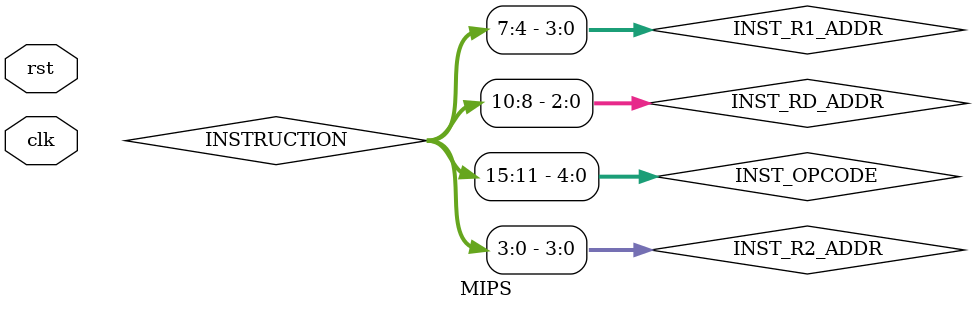
<source format=v>
module MIPS (
	//output	[7:0] 	O_inst_addr,
	//input 	[15:0] 	I_inst,
	input 	rst,
	input 	clk);

	//wire	[7:0] 	O_inst_addr; 	//PC <-> ROM

	wire 	[7:0] 	JUMP_ADDR;		//JPBR_CONTROL <-> PC

	wire	[7:0] 	BRANCH_ADDR;	//JPBR_CONTROL <-> PC

	wire	[1:0] 	PC_SEL;			//JPBR_CONTROL <-> PC

	wire 			STALL;			//STALLING <-> PC 
									//STALLING <-> IFID

	//wire 	[4:0] 	EXMEM_OPCODE;	//EXMEM <-> JPBR_CONTROL

	//wire 	[4:0]	MEM_ADDR;		//RAM <-> JPBR_CONTROL

	//wire 	[7:0]	REG_ADDR;		//REGISTER_FILE <-> JPBR_CONTROL

	wire 	[7:0] 	R1_DATA; 		//REGISTER_FILE <-> IDEX

	wire 	[7:0] 	R2_DATA;		//REGISTER_FILE <-> IDEX
									//REGISTER_FILE <-> JPBR_CONTROL

	wire 	[7:0] 	RD_DATA;		//REGISTER_FILE <-> IDEX

	wire	[2:0] 	REG_W_ADDR;		//MEMWB <-> REGISTER_FILE

	wire	[7:0] 	REG_W_DATA;		//MEMWB <-> REGISTER_FILE

	wire			W_ENABLE;		//MEMWB <-> REGISTER_FILE

	wire	[7:0] 	R_DATA;			//RAM <-> MEMWB

	wire 	[7:0] 	RAM_W_ADDR;		//IDEX <-> RAM

	wire 	[7:0] 	RAM_W_DATA;		//IDEX <-> RAM

	wire 	[7:0] 	DATA_ADDR;		//IDEX <-> RAM

	wire			RW_ENABLE;		//IDEX <-> RAM

	wire	[7:0]	INST_ADDR;

	wire 	[15:0]	INSTRUCTION;

	wire	[4:0]	INST_OPCODE;

	wire	[2:0]	INST_RD_ADDR;

	wire	[3:0]	INST_R1_ADDR;

	wire	[3:0]	INST_R2_ADDR;
	
	wire 	[4:0]	IFID_OPCODE;	//IFID <-> JPBR_CONTROL

	wire	[2:0] 	IFID_RD_ADDR;	//IFID <-> REGISTER_FILE
	
	wire	[3:0] 	IFID_R1_ADDR;	//IFID <-> REGISTER_FILE

	wire	[3:0] 	IFID_R2_ADDR;	//IFID <-> REGISTER_FILE

	wire 	[4:0]	IDEX_OPCODE;

	wire 	[2:0]	IDEX_RD_ADDR;

	wire 	[3:0]	IDEX_R1_ADDR;

	wire 	[3:0]	IDEX_R2_ADDR;

	wire 	[7:0]	IDEX_RD_DATA;

	wire 	[7:0]	IDEX_R1_DATA;

	wire 	[7:0]	IDEX_R2_DATA;

	wire 	[4:0]	EXMEM_OPCODE;

	wire 	[2:0]	EXMEM_RD_ADDR;

	wire 	[3:0]	EXMEM_R1_ADDR;

	wire 	[3:0]	EXMEM_R2_ADDR;

	wire 	[7:0]	EXMEM_RD_DATA;

	//wire 	[7:0]	EXMEM_R1_DATA;

	//wire 	[7:0]	EXMEM_R2_DATA;

	wire 	[7:0]	EXMEM_ALU_OUT;

	wire	[4:0]	MEMWB_OPCODE;

	wire	[2:0]	MEMWB_RD_ADDR;

	wire	[3:0]	MEMWB_R1_ADDR;

	wire	[3:0]	MEMWB_R2_ADDR;

	//wire	[7:0]	MEMWB_RD_DATA;

	//wire	[7:0]	MEMWB_R1_DATA;

	//wire	[7:0]	MEMWB_R2_DATA;

	wire	[7:0]	MEMWB_ALU_OUT;

	wire	[7:0]	MEMWB_R_DATA;

	wire 			FLUSH_IFID;

	wire 			FLUSH_IDEX;

	wire 			FLUSH_EXMEM;

	wire 	[2:0]	ALU_FORWARD_R1;

	wire 	[2:0]	ALU_FORWARD_R2;

	wire 	[3:0]	BRANCH_FORWARD_RD;

	wire 	[3:0]	BRANCH_FORWARD_R2;

	wire 			CARRY_FLAG;

	wire 	[7:0]	ALU_OUT;

	wire 	[2:0]	RAM_FORWARD;

	wire 	[4:0] 	STALL_OPCODE;

	wire 	[2:0] 	STALL_RD_ADDR;

	wire 	[3:0] 	STALL_R1_ADDR;

	wire 	[3:0] 	STALL_R2_ADDR;

//	wire 		JUMP_FORWARD;

	wire 	[1:0]	MEMBR_FORWARD; 

	PC CLK0 (
		.O_inst_addr(INST_ADDR),
		.STALL(STALL),
		.JUMP_ADDR(JUMP_ADDR),
		.BRANCH_ADDR(BRANCH_ADDR),
		.SEL(PC_SEL),
		.rst(rst),
		.clk(clk)
	);

	RAM E0 (
	.R_DATA(R_DATA),
	.W_ADDR(RAM_W_ADDR),
	.W_DATA(RAM_W_DATA),	//idex rd data
	.DATA_ADDR(DATA_ADDR),
	.RW_ENABLE(RW_ENABLE),
	.rst(rst),
	.clk(clk)
	);

	ROM E1 (//Jurgen's ROM huehue
	.I_CLK(clk),
	//.I_EN,
	.I_ADDR(INST_ADDR),
	.O_INSTR(INSTRUCTION)
	);

	REGISTER_FILE CLK1 (
	.R1_DATA(R1_DATA),
	.R2_DATA(R2_DATA),
	.RD_DATA(RD_DATA),
	.RD_ADDR(INST_RD_ADDR[2:0]),	
	.R1_ADDR(INST_R1_ADDR[2:0]),
	.R2_ADDR(INST_R2_ADDR[2:0]),
	.W_ADDR(REG_W_ADDR),
	.W_DATA(REG_W_DATA),
	.W_ENABLE(W_ENABLE),
	.rst(rst),	
	.clk(clk)	
	);

/*	JPBR_CONTROL CONT0 (
	.SEL(PC_SEL),
	.BRANCH_ADDR(BRANCH_ADDR),
	.JUMP_ADDR(JUMP_ADDR),
	.IFID_OPCODE(IFID_OPCODE),
	.EXMEM_OPCODE(EXMEM_OPCODE),
	//.MEM_ADDR(R_DATA),	//RAM R_DATA
	.REG_ADDR(R2_DATA),	//REGISTER_FILE R2_DATA

	.BRANCH_FORWARD_R2(BRANCH_FORWARD_R2), 
	.ALU_OUT(ALU_OUT),
	.EXMEM_ALU_OUT(EXMEM_ALU_OUT),
	.MEMWB_ALU_OUT(MEMWB_ALU_OUT),

	.JUMP_FORWARD(JUMP_FORWARD),
	.R_DATA(R_DATA),
	.MEMWB_R_DATA(MEMWB_R_DATA)
	); 	*/

	JPBR_CONTROL CONT0(
	.SEL(PC_SEL),
	.BRANCH_ADDR(BRANCH_ADDR),
	.JUMP_ADDR(JUMP_ADDR),
	.IFID_OPCODE(IFID_OPCODE),
	.EXMEM_OPCODE(EXMEM_OPCODE),	
	.REG_ADDR(R2_DATA),

	.BRANCH_FORWARD_R2(BRANCH_FORWARD_R2),
	.ALU_OUT(ALU_OUT),
	.EXMEM_ALU_OUT(EXMEM_ALU_OUT),
	.MEMWB_ALU_OUT(MEMWB_ALU_OUT),

	.JUMP_FORWARD(JUMP_FORWARD),
	.R_DATA(R_DATA),
	.MEMWB_R_DATA(MEMWB_R_DATA),

	.MEMBR_FORWARD(MEMBR_FORWARD),
	.BRANCH_FORWARD_RD(BRANCH_FORWARD_RD),
	.MEMWB_R1_ADDR(MEMWB_R1_ADDR),
	.MEMWB_R2_ADDR(MEMWB_R2_ADDR),
	.EXMEM_RD_DATA(EXMEM_RD_DATA),
	.EXMEM_R1_ADDR(EXMEM_R1_ADDR),
	.EXMEM_R2_ADDR(EXMEM_R2_ADDR),
	.IDEX_R1_ADDR(IDEX_R1_ADDR),
	.IDEX_R2_ADDR(IDEX_R2_ADDR),
	.RD_DATA(RD_DATA)

	);

	STALLING CONT1 (	//stalls decode during load instruction
	.STALL(STALL),
	.IFID_R1_ADDR(IFID_R1_ADDR[2:0]),
	.IFID_R2_ADDR(IFID_R2_ADDR[2:0]),
	.IDEX_RD_ADDR(IDEX_RD_ADDR[2:0]),
	.IDEX_OPCODE(IDEX_OPCODE),

	.STALL_OPCODE(STALL_OPCODE),
	.STALL_RD_ADDR(STALL_RD_ADDR),
	.STALL_R1_ADDR(STALL_R1_ADDR),
	.STALL_R2_ADDR(STALL_R2_ADDR),

	.IFID_OPCODE(IFID_OPCODE)
	);

	FORWARDING CONT2 (
	.ALU_FORWARD_R1(ALU_FORWARD_R1),
	.ALU_FORWARD_R2(ALU_FORWARD_R2),
	.BRANCH_FORWARD_RD(BRANCH_FORWARD_RD),
	.BRANCH_FORWARD_R2(BRANCH_FORWARD_R2),
	.EXMEM_RD_ADDR(EXMEM_RD_ADDR[2:0]),
	.MEMWB_RD_ADDR(MEMWB_RD_ADDR[2:0]),
	.IDEX_OPCODE(IDEX_OPCODE),
	.IFID_OPCODE(IFID_OPCODE),
	.IDEX_RD_ADDR(IDEX_RD_ADDR[2:0]),
	.IDEX_R1_ADDR(IDEX_R1_ADDR[2:0]),
	.IDEX_R2_ADDR(IDEX_R2_ADDR[2:0]),
	.IFID_RD_ADDR(IFID_RD_ADDR[2:0]),
	.IFID_R2_ADDR(IFID_R2_ADDR[2:0]),

	.EXMEM_OPCODE(EXMEM_OPCODE),
	.MEMWB_OPCODE(MEMWB_OPCODE),
	.RAM_FORWARD(RAM_FORWARD),

	//.JUMP_FORWARD(JUMP_FORWARD),
	.EXMEM_R1_ADDR(EXMEM_R1_ADDR),
	.EXMEM_R2_ADDR(EXMEM_R2_ADDR),
	.MEMWB_R1_ADDR(MEMWB_R1_ADDR),
	.MEMWB_R2_ADDR(MEMWB_R2_ADDR),

	.MEMBR_FORWARD(MEMBR_FORWARD)
	);

/*	BRANCH CONT3 (
	.FLUSH_IFID(FLUSH_IFID),
	.FLUSH_IDEX(FLUSH_IDEX),
	.FLUSH_EXMEM(FLUSH_EXMEM),
	.IFID_OPCODE(IFID_OPCODE),
	.EXMEM_OPCODE(EXMEM_OPCODE),
	.RD_DATA(RD_DATA),
	.EXMEM_RD_DATA(EXMEM_RD_DATA),

	.BRANCH_FORWARD_RD(BRANCH_FORWARD_RD),
	.ALU_OUT(ALU_OUT),
	.EXMEM_ALU_OUT(EXMEM_ALU_OUT),
	.MEMWB_ALU_OUT(MEMWB_ALU_OUT)
	);*/
	BRANCH CONT3(
	.FLUSH_IFID(FLUSH_IFID),
	.FLUSH_IDEX(FLUSH_IDEX),
	.FLUSH_EXMEM(FLUSH_EXMEM),
	.SEL(PC_SEL),
	.IFID_OPCODE(IFID_OPCODE),
	.EXMEM_OPCODE(EXMEM_OPCODE)
	);

	WRITE_CONTROL CONT4 (
	.RW_ENABLE(RW_ENABLE), 		//RAM
	.DATA_ADDR(DATA_ADDR),		//RAM READ 	ADDRESS
	.RAM_W_ADDR(RAM_W_ADDR),		//RAM WRITE ADDRESS
	.RAM_W_DATA(RAM_W_DATA), 	//RAM WRITE DATA
	.W_ENABLE(W_ENABLE),		//REGISTER_FILE
	.REG_W_ADDR(REG_W_ADDR),		//REG WRITE ADDRESS
	.REG_W_DATA(REG_W_DATA),		//REG WRITE DATA
	.IDEX_RD_DATA(IDEX_RD_DATA),	//RAM W_DATA
	.IDEX_R1_ADDR(IDEX_R1_ADDR),	//MEMORY ADDRESS
	.IDEX_R2_ADDR(IDEX_R2_ADDR),	//MEMORY ADDRESS
	.IDEX_OPCODE(IDEX_OPCODE),	//RAM
	.MEMWB_RD_ADDR(MEMWB_RD_ADDR),	
	.MEMWB_R_DATA(MEMWB_R_DATA),
	.MEMWB_R1_ADDR(MEMWB_R1_ADDR),
	.MEMWB_R2_ADDR(MEMWB_R2_ADDR),
	.MEMWB_ALU_OUT(MEMWB_ALU_OUT),
	.MEMWB_OPCODE(MEMWB_OPCODE),	//REGISTER_FILE

	.EXMEM_ALU_OUT(EXMEM_ALU_OUT),
	.R_DATA(R_DATA),
	.EXMEM_R1_ADDR(EXMEM_R1_ADDR),
	.EXMEM_R2_ADDR(EXMEM_R2_ADDR),
	.RAM_FORWARD(RAM_FORWARD)


	//.JUMP_FORWARD(JUMP_FORWARD)
	);

	ALU ALU0 (
	.ALU_OUT(ALU_OUT),
	.CARRY_FLAG(CARRY_FLAG),
	.IDEX_OPCODE(IDEX_OPCODE),
	.IDEX_R1_DATA(IDEX_R1_DATA),
	.IDEX_R2_DATA(IDEX_R2_DATA),
	.EXMEM_ALU_OUT(EXMEM_ALU_OUT),
	.MEMWB_ALU_OUT(MEMWB_ALU_OUT),
	.FORWARD_A(ALU_FORWARD_R1), //FORWARDING ALU_FORWARD_R1
	.FORWARD_B(ALU_FORWARD_R2),	//FORWARDING ALU_FORWARD_R2

	.R_DATA(R_DATA),
	.EXMEM_R1_ADDR(EXMEM_R1_ADDR),
	.EXMEM_R2_ADDR(EXMEM_R2_ADDR),
	.MEMWB_R_DATA(MEMWB_R_DATA),
	.MEMWB_R1_ADDR(MEMWB_R1_ADDR),
	.MEMWB_R2_ADDR(MEMWB_R2_ADDR)
	);

	IFID P0 (
	.IFID_OPCODE(IFID_OPCODE),
	.IFID_RD_ADDR(IFID_RD_ADDR),
	.IFID_R1_ADDR(IFID_R1_ADDR),
	.IFID_R2_ADDR(IFID_R2_ADDR),
	.INST_OPCODE(INST_OPCODE),
	.INST_RD_ADDR(INST_RD_ADDR),
	.INST_R1_ADDR(INST_R1_ADDR),
	.INST_R2_ADDR(INST_R2_ADDR),
	.FLUSH(FLUSH_IFID),
//	.STALL(STALL),
	.rst(rst),
	.clk(clk)//,
  //      .STALL_OPCODE(STALL_OPCODE),
//	.STALL_RD_ADDR(STALL_RD_ADDR),
//	.STALL_R1_ADDR(STALL_R1_ADDR),
//	.STALL_R2_ADDR(STALL_R2_ADDR)

	);

	IDEX P1 (
	.IDEX_OPCODE(IDEX_OPCODE),
	.IDEX_RD_ADDR(IDEX_RD_ADDR),
	.IDEX_R1_ADDR(IDEX_R1_ADDR),
	.IDEX_R2_ADDR(IDEX_R2_ADDR),
	.IDEX_RD_DATA(IDEX_RD_DATA),
	.IDEX_R1_DATA(IDEX_R1_DATA),
	.IDEX_R2_DATA(IDEX_R2_DATA),
	.IFID_OPCODE(IFID_OPCODE),
	.IFID_RD_ADDR(IFID_RD_ADDR),
	.IFID_R1_ADDR(IFID_R1_ADDR),
	.IFID_R2_ADDR(IFID_R2_ADDR),
	.RD_DATA(RD_DATA),
	.R1_DATA(R1_DATA),
	.R2_DATA(R2_DATA),
	.FLUSH(FLUSH_IDEX),
	.STALL(STALL),
	.rst(rst),
	.clk(clk),

	.STALL_OPCODE(STALL_OPCODE),
	.STALL_RD_ADDR(STALL_RD_ADDR),
	.STALL_R1_ADDR(STALL_R1_ADDR),
	.STALL_R2_ADDR(STALL_R2_ADDR)
	);

	EXMEM P2 (
	.EXMEM_OPCODE(EXMEM_OPCODE),
	.EXMEM_RD_ADDR(EXMEM_RD_ADDR),
	.EXMEM_R1_ADDR(EXMEM_R1_ADDR),
	.EXMEM_R2_ADDR(EXMEM_R2_ADDR),
	.EXMEM_RD_DATA(EXMEM_RD_DATA),
	//.EXMEM_R1_DATA(EXMEM_R1_DATA),
	//.EXMEM_R2_DATA(EXMEM_R2_DATA),
	.EXMEM_ALU_OUT(EXMEM_ALU_OUT),
	.IDEX_OPCODE(IDEX_OPCODE),
	.IDEX_RD_ADDR(IDEX_RD_ADDR),
	.IDEX_R1_ADDR(IDEX_R1_ADDR),
	.IDEX_R2_ADDR(IDEX_R2_ADDR),
	.IDEX_RD_DATA(IDEX_RD_DATA),
	//.IDEX_R1_DATA(IDEX_R1_DATA),
	//.IDEX_R2_DATA(IDEX_R2_DATA),
	.ALU_OUT(ALU_OUT),
	.FLUSH(FLUSH_EXMEM),
	.rst(rst),
	.clk(clk)
	);

	MEMWB P3(
	.MEMWB_OPCODE(MEMWB_OPCODE),
	.MEMWB_RD_ADDR(MEMWB_RD_ADDR),
	.MEMWB_R1_ADDR(MEMWB_R1_ADDR),
	.MEMWB_R2_ADDR(MEMWB_R2_ADDR),
	//.MEMWB_RD_DATA(MEMWB_RD_DATA),
	//.MEMWB_R1_DATA(MEMWB_R1_DATA),
	//.MEMWB_R2_DATA(MEMWB_R2_DATA),
	.MEMWB_ALU_OUT(MEMWB_ALU_OUT),
	.MEMWB_R_DATA(MEMWB_R_DATA),
	.EXMEM_OPCODE(EXMEM_OPCODE),
	.EXMEM_RD_ADDR(EXMEM_RD_ADDR),
	.EXMEM_R1_ADDR(EXMEM_R1_ADDR),
	.EXMEM_R2_ADDR(EXMEM_R2_ADDR),
	// .EXMEM_RD_DATA(EXMEM_RD_DATA),
	// .EXMEM_R1_DATA(EXMEM_R1_DATA),
	// .EXMEM_R2_DATA(EXMEM_R2_DATA),
	.R_DATA(R_DATA), //data read from RAM
	.EXMEM_ALU_OUT(EXMEM_ALU_OUT),
	.rst(rst),
	.clk(clk)
	);

assign INST_OPCODE = INSTRUCTION[15:11];
assign INST_RD_ADDR = INSTRUCTION[10:8];
assign INST_R1_ADDR = INSTRUCTION[7:4];
assign INST_R2_ADDR = INSTRUCTION[3:0];

endmodule 

</source>
